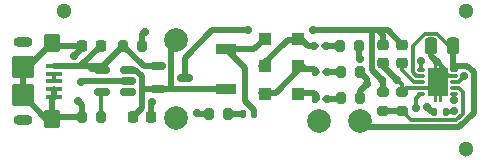
<source format=gbr>
%TF.GenerationSoftware,KiCad,Pcbnew,8.0.6*%
%TF.CreationDate,2024-11-21T20:13:28-05:00*%
%TF.ProjectId,battery_charger,62617474-6572-4795-9f63-686172676572,rev?*%
%TF.SameCoordinates,Original*%
%TF.FileFunction,Copper,L1,Top*%
%TF.FilePolarity,Positive*%
%FSLAX46Y46*%
G04 Gerber Fmt 4.6, Leading zero omitted, Abs format (unit mm)*
G04 Created by KiCad (PCBNEW 8.0.6) date 2024-11-21 20:13:28*
%MOMM*%
%LPD*%
G01*
G04 APERTURE LIST*
G04 Aperture macros list*
%AMRoundRect*
0 Rectangle with rounded corners*
0 $1 Rounding radius*
0 $2 $3 $4 $5 $6 $7 $8 $9 X,Y pos of 4 corners*
0 Add a 4 corners polygon primitive as box body*
4,1,4,$2,$3,$4,$5,$6,$7,$8,$9,$2,$3,0*
0 Add four circle primitives for the rounded corners*
1,1,$1+$1,$2,$3*
1,1,$1+$1,$4,$5*
1,1,$1+$1,$6,$7*
1,1,$1+$1,$8,$9*
0 Add four rect primitives between the rounded corners*
20,1,$1+$1,$2,$3,$4,$5,0*
20,1,$1+$1,$4,$5,$6,$7,0*
20,1,$1+$1,$6,$7,$8,$9,0*
20,1,$1+$1,$8,$9,$2,$3,0*%
%AMFreePoly0*
4,1,45,-0.121464,1.703536,-0.120000,1.700000,-0.120000,1.205000,0.120000,1.205000,0.120000,1.700000,0.121464,1.703536,0.125000,1.705000,0.375000,1.705000,0.378536,1.703536,0.380000,1.700000,0.380000,1.205000,0.825000,1.205000,0.828536,1.203536,0.830000,1.200000,0.830000,-1.200000,0.828536,-1.203536,0.825000,-1.205000,0.380000,-1.205000,0.380000,-1.700000,0.378536,-1.703536,
0.375000,-1.705000,0.125000,-1.705000,0.121464,-1.703536,0.120000,-1.700000,0.120000,-1.205000,-0.120000,-1.205000,-0.120000,-1.700000,-0.121464,-1.703536,-0.125000,-1.705000,-0.375000,-1.705000,-0.378536,-1.703536,-0.380000,-1.700000,-0.380000,-1.205000,-0.825000,-1.205000,-0.828536,-1.203536,-0.830000,-1.200000,-0.830000,1.200000,-0.828536,1.203536,-0.825000,1.205000,-0.380000,1.205000,
-0.380000,1.700000,-0.378536,1.703536,-0.375000,1.705000,-0.125000,1.705000,-0.121464,1.703536,-0.121464,1.703536,$1*%
G04 Aperture macros list end*
%TA.AperFunction,SMDPad,CuDef*%
%ADD10R,1.700000X0.900000*%
%TD*%
%TA.AperFunction,SMDPad,CuDef*%
%ADD11RoundRect,0.250000X0.300000X0.300000X-0.300000X0.300000X-0.300000X-0.300000X0.300000X-0.300000X0*%
%TD*%
%TA.AperFunction,SMDPad,CuDef*%
%ADD12RoundRect,0.218750X-0.256250X0.218750X-0.256250X-0.218750X0.256250X-0.218750X0.256250X0.218750X0*%
%TD*%
%TA.AperFunction,SMDPad,CuDef*%
%ADD13RoundRect,0.030000X-0.270000X-0.090000X0.270000X-0.090000X0.270000X0.090000X-0.270000X0.090000X0*%
%TD*%
%TA.AperFunction,SMDPad,CuDef*%
%ADD14FreePoly0,0.000000*%
%TD*%
%TA.AperFunction,ComponentPad*%
%ADD15C,0.300000*%
%TD*%
%TA.AperFunction,SMDPad,CuDef*%
%ADD16RoundRect,0.200000X0.200000X0.275000X-0.200000X0.275000X-0.200000X-0.275000X0.200000X-0.275000X0*%
%TD*%
%TA.AperFunction,SMDPad,CuDef*%
%ADD17RoundRect,0.200000X-0.275000X0.200000X-0.275000X-0.200000X0.275000X-0.200000X0.275000X0.200000X0*%
%TD*%
%TA.AperFunction,SMDPad,CuDef*%
%ADD18RoundRect,0.200000X-0.200000X-0.275000X0.200000X-0.275000X0.200000X0.275000X-0.200000X0.275000X0*%
%TD*%
%TA.AperFunction,SMDPad,CuDef*%
%ADD19RoundRect,0.225000X-0.250000X0.225000X-0.250000X-0.225000X0.250000X-0.225000X0.250000X0.225000X0*%
%TD*%
%TA.AperFunction,SMDPad,CuDef*%
%ADD20RoundRect,0.225000X-0.225000X-0.250000X0.225000X-0.250000X0.225000X0.250000X-0.225000X0.250000X0*%
%TD*%
%TA.AperFunction,ComponentPad*%
%ADD21C,2.000000*%
%TD*%
%TA.AperFunction,SMDPad,CuDef*%
%ADD22RoundRect,0.225000X0.225000X0.250000X-0.225000X0.250000X-0.225000X-0.250000X0.225000X-0.250000X0*%
%TD*%
%TA.AperFunction,SMDPad,CuDef*%
%ADD23RoundRect,0.147500X0.147500X0.172500X-0.147500X0.172500X-0.147500X-0.172500X0.147500X-0.172500X0*%
%TD*%
%TA.AperFunction,WasherPad*%
%ADD24C,1.300000*%
%TD*%
%TA.AperFunction,SMDPad,CuDef*%
%ADD25RoundRect,0.150000X-0.512500X-0.150000X0.512500X-0.150000X0.512500X0.150000X-0.512500X0.150000X0*%
%TD*%
%TA.AperFunction,SMDPad,CuDef*%
%ADD26RoundRect,0.250000X0.250000X0.475000X-0.250000X0.475000X-0.250000X-0.475000X0.250000X-0.475000X0*%
%TD*%
%TA.AperFunction,SMDPad,CuDef*%
%ADD27RoundRect,0.200000X0.275000X-0.200000X0.275000X0.200000X-0.275000X0.200000X-0.275000X-0.200000X0*%
%TD*%
%TA.AperFunction,SMDPad,CuDef*%
%ADD28RoundRect,0.147500X-0.147500X-0.172500X0.147500X-0.172500X0.147500X0.172500X-0.147500X0.172500X0*%
%TD*%
%TA.AperFunction,SMDPad,CuDef*%
%ADD29RoundRect,0.100000X-0.575000X0.100000X-0.575000X-0.100000X0.575000X-0.100000X0.575000X0.100000X0*%
%TD*%
%TA.AperFunction,ComponentPad*%
%ADD30O,1.600000X0.900000*%
%TD*%
%TA.AperFunction,SMDPad,CuDef*%
%ADD31RoundRect,0.250000X-0.450000X0.550000X-0.450000X-0.550000X0.450000X-0.550000X0.450000X0.550000X0*%
%TD*%
%TA.AperFunction,SMDPad,CuDef*%
%ADD32RoundRect,0.250000X-0.700000X0.700000X-0.700000X-0.700000X0.700000X-0.700000X0.700000X0.700000X0*%
%TD*%
%TA.AperFunction,SMDPad,CuDef*%
%ADD33RoundRect,0.150000X0.512500X0.150000X-0.512500X0.150000X-0.512500X-0.150000X0.512500X-0.150000X0*%
%TD*%
%TA.AperFunction,SMDPad,CuDef*%
%ADD34RoundRect,0.140000X0.140000X0.170000X-0.140000X0.170000X-0.140000X-0.170000X0.140000X-0.170000X0*%
%TD*%
%TA.AperFunction,ViaPad*%
%ADD35C,0.700000*%
%TD*%
%TA.AperFunction,Conductor*%
%ADD36C,0.500000*%
%TD*%
%TA.AperFunction,Conductor*%
%ADD37C,0.300000*%
%TD*%
G04 APERTURE END LIST*
D10*
%TO.P,SW1,1,1*%
%TO.N,Net-(D1-A)*%
X126910828Y-82800000D03*
%TO.P,SW1,2,2*%
%TO.N,Net-(Q1-S)*%
X126910828Y-86200000D03*
%TD*%
D11*
%TO.P,D1,1,K*%
%TO.N,Net-(D1-K)*%
X133010828Y-81900000D03*
%TO.P,D1,2,A*%
%TO.N,Net-(D1-A)*%
X130210828Y-81900000D03*
%TD*%
D12*
%TO.P,L1,1,1*%
%TO.N,Net-(Q1-D)*%
X141810828Y-82412500D03*
%TO.P,L1,2,2*%
%TO.N,Net-(U3-L)*%
X141810828Y-83987500D03*
%TD*%
D13*
%TO.P,U3,1,VAUX*%
%TO.N,Net-(U3-VAUX)*%
X143410828Y-84550000D03*
%TO.P,U3,2,VOUT*%
%TO.N,3.3V_OUT*%
X143410828Y-85050000D03*
%TO.P,U3,3,L*%
%TO.N,Net-(U3-L)*%
X143410828Y-85550000D03*
%TO.P,U3,4,PGND*%
%TO.N,GND*%
X143410828Y-86050000D03*
%TO.P,U3,5,VIN*%
%TO.N,Net-(Q1-D)*%
X143410828Y-86550000D03*
%TO.P,U3,6,EN*%
X146210828Y-86550000D03*
%TO.P,U3,7,UVLO*%
%TO.N,Net-(U3-UVLO)*%
X146210828Y-86050000D03*
%TO.P,U3,8,PS*%
%TO.N,Net-(Q1-D)*%
X146210828Y-85550000D03*
%TO.P,U3,9,GND*%
%TO.N,GND*%
X146210828Y-85050000D03*
%TO.P,U3,10,FB*%
%TO.N,3.3V_OUT*%
X146210828Y-84550000D03*
D14*
%TO.P,U3,11,PAD*%
%TO.N,GND*%
X144810828Y-85550000D03*
D15*
%TO.P,U3,12*%
%TO.N,N/C*%
X144810828Y-86500000D03*
%TO.P,U3,13*%
X144235828Y-85550000D03*
%TO.P,U3,14*%
X145385828Y-85550000D03*
%TO.P,U3,15*%
X144810828Y-84600000D03*
%TD*%
D16*
%TO.P,R7,1*%
%TO.N,Net-(U2-PROG)*%
X116325000Y-88500000D03*
%TO.P,R7,2*%
%TO.N,GND*%
X114675000Y-88500000D03*
%TD*%
D17*
%TO.P,R1,1*%
%TO.N,Net-(Q1-D)*%
X140210828Y-86375000D03*
%TO.P,R1,2*%
%TO.N,Net-(U3-UVLO)*%
X140210828Y-88025000D03*
%TD*%
D18*
%TO.P,R11,1*%
%TO.N,Net-(D7-K)*%
X136610828Y-84750000D03*
%TO.P,R11,2*%
%TO.N,GND*%
X138260828Y-84750000D03*
%TD*%
D19*
%TO.P,C2,1*%
%TO.N,Net-(Q1-D)*%
X140210828Y-82425000D03*
%TO.P,C2,2*%
%TO.N,GND*%
X140210828Y-83975000D03*
%TD*%
D20*
%TO.P,C5,1*%
%TO.N,Net-(Q1-S)*%
X119025000Y-88500000D03*
%TO.P,C5,2*%
%TO.N,GND*%
X120575000Y-88500000D03*
%TD*%
D21*
%TO.P,3.3V,*%
%TO.N,3.3V_OUT*%
X138210828Y-88900000D03*
%TD*%
D18*
%TO.P,R12,1*%
%TO.N,Net-(D8-K)*%
X136610828Y-86900000D03*
%TO.P,R12,2*%
%TO.N,GND*%
X138260828Y-86900000D03*
%TD*%
D16*
%TO.P,R9,1*%
%TO.N,Net-(D5-K)*%
X127110828Y-88250000D03*
%TO.P,R9,2*%
%TO.N,GND*%
X125460828Y-88250000D03*
%TD*%
D21*
%TO.P,B+,*%
%TO.N,Net-(Q1-S)*%
X122700000Y-82000000D03*
%TD*%
D11*
%TO.P,D3,1,K*%
%TO.N,Net-(D3-K)*%
X133010828Y-86600000D03*
%TO.P,D3,2,A*%
%TO.N,Net-(D2-K)*%
X130210828Y-86600000D03*
%TD*%
D22*
%TO.P,C4,1*%
%TO.N,Net-(J1-VBUS)*%
X116275000Y-82500000D03*
%TO.P,C4,2*%
%TO.N,GND*%
X114725000Y-82500000D03*
%TD*%
D23*
%TO.P,D8,1,K*%
%TO.N,Net-(D8-K)*%
X135440828Y-87000000D03*
%TO.P,D8,2,A*%
%TO.N,Net-(D3-K)*%
X134470828Y-87000000D03*
%TD*%
D11*
%TO.P,D2,1,K*%
%TO.N,Net-(D2-K)*%
X133010828Y-84250000D03*
%TO.P,D2,2,A*%
%TO.N,Net-(D1-K)*%
X130210828Y-84250000D03*
%TD*%
D24*
%TO.P,REF\u002A\u002A,*%
%TO.N,*%
X147210828Y-91200000D03*
%TD*%
D25*
%TO.P,Q1,1,G*%
%TO.N,Net-(J1-VBUS)*%
X121125000Y-84250000D03*
%TO.P,Q1,2,S*%
%TO.N,Net-(Q1-S)*%
X121125000Y-86150000D03*
%TO.P,Q1,3,D*%
%TO.N,Net-(Q1-D)*%
X123400000Y-85200000D03*
%TD*%
D21*
%TO.P,GND,*%
%TO.N,GND*%
X134810828Y-88900000D03*
%TD*%
D26*
%TO.P,C3,1*%
%TO.N,3.3V_OUT*%
X146160828Y-82550000D03*
%TO.P,C3,2*%
%TO.N,GND*%
X144260828Y-82550000D03*
%TD*%
D21*
%TO.P,B-,*%
%TO.N,GND*%
X122700000Y-88600000D03*
%TD*%
D27*
%TO.P,R2,1*%
%TO.N,Net-(U3-UVLO)*%
X141810828Y-88025000D03*
%TO.P,R2,2*%
%TO.N,GND*%
X141810828Y-86375000D03*
%TD*%
D23*
%TO.P,D6,1,K*%
%TO.N,Net-(D6-K)*%
X135345828Y-82500000D03*
%TO.P,D6,2,A*%
%TO.N,Net-(D1-K)*%
X134375828Y-82500000D03*
%TD*%
D18*
%TO.P,R8,1*%
%TO.N,Net-(J1-VBUS)*%
X118175000Y-82500000D03*
%TO.P,R8,2*%
%TO.N,GND*%
X119825000Y-82500000D03*
%TD*%
D28*
%TO.P,D5,1,K*%
%TO.N,Net-(D5-K)*%
X128325828Y-88300000D03*
%TO.P,D5,2,A*%
%TO.N,Net-(D1-A)*%
X129295828Y-88300000D03*
%TD*%
D29*
%TO.P,J1,1,VBUS*%
%TO.N,Net-(J1-VBUS)*%
X112375000Y-84200000D03*
%TO.P,J1,2,D-*%
%TO.N,Net-(J1-D+)*%
X112375000Y-84850000D03*
%TO.P,J1,3,D+*%
X112375000Y-85500000D03*
%TO.P,J1,4,ID*%
%TO.N,GND*%
X112375000Y-86150000D03*
%TO.P,J1,5,GND*%
X112375000Y-86800000D03*
D30*
%TO.P,J1,6,Shield*%
X109700000Y-82200000D03*
D31*
X112150000Y-82300000D03*
D32*
X109700000Y-84300000D03*
X109700000Y-86700000D03*
D31*
X112150000Y-88700000D03*
D30*
X109700000Y-88800000D03*
%TD*%
D33*
%TO.P,U2,1,STAT*%
%TO.N,unconnected-(U2-STAT-Pad1)*%
X118637500Y-86450000D03*
%TO.P,U2,2,V_{SS}*%
%TO.N,GND*%
X118637500Y-85500000D03*
%TO.P,U2,3,V_{BAT}*%
%TO.N,Net-(Q1-S)*%
X118637500Y-84550000D03*
%TO.P,U2,4,V_{DD}*%
%TO.N,Net-(J1-VBUS)*%
X116362500Y-84550000D03*
%TO.P,U2,5,PROG*%
%TO.N,Net-(U2-PROG)*%
X116362500Y-86450000D03*
%TD*%
D18*
%TO.P,R10,1*%
%TO.N,Net-(D6-K)*%
X136535828Y-82500000D03*
%TO.P,R10,2*%
%TO.N,GND*%
X138185828Y-82500000D03*
%TD*%
D24*
%TO.P,REF\u002A\u002A,*%
%TO.N,*%
X147210828Y-79600000D03*
%TD*%
D34*
%TO.P,C1,1*%
%TO.N,Net-(U3-VAUX)*%
X145490828Y-88150000D03*
%TO.P,C1,2*%
%TO.N,GND*%
X144530828Y-88150000D03*
%TD*%
D23*
%TO.P,D7,1,K*%
%TO.N,Net-(D7-K)*%
X135420828Y-84750000D03*
%TO.P,D7,2,A*%
%TO.N,Net-(D2-K)*%
X134450828Y-84750000D03*
%TD*%
D24*
%TO.P,REF\u002A\u002A,*%
%TO.N,*%
X113200000Y-79600000D03*
%TD*%
D35*
%TO.N,Net-(U3-VAUX)*%
X143410828Y-83800000D03*
X146210828Y-88000000D03*
%TO.N,GND*%
X114400000Y-87200000D03*
X144778841Y-83900732D03*
X141410828Y-85372644D03*
X138210828Y-83600000D03*
X138855414Y-85755414D03*
X114000000Y-83400000D03*
X124410828Y-88200000D03*
X120000000Y-81300000D03*
X143910828Y-87700000D03*
X120597070Y-87302018D03*
X114600000Y-85600000D03*
%TO.N,Net-(Q1-D)*%
X140110831Y-85400000D03*
X134300000Y-81200000D03*
X146210828Y-87099997D03*
X143010828Y-87800000D03*
X128800000Y-81200000D03*
X147060828Y-85051348D03*
%TD*%
D36*
%TO.N,Net-(D1-A)*%
X129295828Y-88300000D02*
X129295828Y-87980001D01*
X129295828Y-87980001D02*
X128500000Y-87184173D01*
X128500000Y-87184173D02*
X128500000Y-84389172D01*
X128500000Y-84389172D02*
X126910828Y-82800000D01*
%TO.N,Net-(Q1-S)*%
X123965184Y-86150000D02*
X124015184Y-86200000D01*
X124015184Y-86200000D02*
X126910828Y-86200000D01*
X122200000Y-86150000D02*
X123965184Y-86150000D01*
X121125000Y-86150000D02*
X122200000Y-86150000D01*
X122000000Y-81925000D02*
X122237500Y-82162500D01*
X122237500Y-82162500D02*
X122237500Y-86112500D01*
X122237500Y-86112500D02*
X122200000Y-86150000D01*
D37*
%TO.N,Net-(U3-VAUX)*%
X146060828Y-88150000D02*
X146210828Y-88000000D01*
X145490828Y-88150000D02*
X146060828Y-88150000D01*
X143410828Y-83800000D02*
X143410828Y-84550000D01*
%TO.N,3.3V_OUT*%
X144766284Y-81475000D02*
X146210828Y-82919544D01*
D36*
X146210828Y-84450000D02*
X146460828Y-84200000D01*
X147860828Y-84719977D02*
X147860828Y-88188478D01*
D37*
X143410828Y-85050000D02*
X143012596Y-85050000D01*
X142710828Y-84748232D02*
X142710828Y-82519544D01*
X143012596Y-85050000D02*
X142710828Y-84748232D01*
X142710828Y-82519544D02*
X143755372Y-81475000D01*
D36*
X147340851Y-84200000D02*
X147860828Y-84719977D01*
D37*
X143755372Y-81475000D02*
X144766284Y-81475000D01*
D36*
X147860828Y-88188478D02*
X146639306Y-89410000D01*
X146460828Y-84200000D02*
X147340851Y-84200000D01*
X146160828Y-82550000D02*
X146160828Y-84400000D01*
X146639306Y-89410000D02*
X138720828Y-89410000D01*
X138720828Y-89410000D02*
X138210828Y-88900000D01*
X146160828Y-84400000D02*
X146210828Y-84450000D01*
%TO.N,Net-(J1-VBUS)*%
X112375000Y-84200000D02*
X115100000Y-84200000D01*
D37*
X115450000Y-84550000D02*
X115100000Y-84200000D01*
D36*
X112375000Y-84200000D02*
X116475000Y-84200000D01*
X116475000Y-84200000D02*
X118175000Y-82500000D01*
X112375000Y-84200000D02*
X114575000Y-84200000D01*
D37*
X116275000Y-84462500D02*
X116362500Y-84550000D01*
D36*
X118175000Y-82500000D02*
X118175000Y-82775000D01*
X121125000Y-84250000D02*
X119925000Y-84250000D01*
X114575000Y-84200000D02*
X116275000Y-82500000D01*
D37*
X116362500Y-84550000D02*
X115450000Y-84550000D01*
D36*
X119925000Y-84250000D02*
X118175000Y-82500000D01*
%TO.N,Net-(Q1-S)*%
X119750000Y-86200000D02*
X119750000Y-87775000D01*
X118637500Y-84550000D02*
X119202684Y-84550000D01*
X121125000Y-86150000D02*
X119800000Y-86150000D01*
X119202684Y-84550000D02*
X119750000Y-85097316D01*
X119750000Y-87775000D02*
X119025000Y-88500000D01*
X119750000Y-85097316D02*
X119750000Y-86200000D01*
X119800000Y-86150000D02*
X119750000Y-86200000D01*
%TO.N,Net-(D5-K)*%
X127110828Y-88250000D02*
X128250828Y-88250000D01*
%TO.N,Net-(D6-K)*%
X136535828Y-82500000D02*
X135220828Y-82500000D01*
%TO.N,Net-(D7-K)*%
X136610828Y-84750000D02*
X135295828Y-84750000D01*
%TO.N,Net-(D8-K)*%
X135340828Y-86975000D02*
X135315828Y-87000000D01*
X136610828Y-86975000D02*
X135340828Y-86975000D01*
D37*
%TO.N,Net-(J1-D+)*%
X112375000Y-84850000D02*
X112375000Y-85500000D01*
%TO.N,Net-(U3-L)*%
X141810828Y-84555339D02*
X142805489Y-85550000D01*
X142805489Y-85550000D02*
X143410828Y-85550000D01*
X141810828Y-83987500D02*
X141810828Y-84555339D01*
%TO.N,Net-(U3-UVLO)*%
X142595828Y-88810000D02*
X146390778Y-88810000D01*
D36*
X140210828Y-88025000D02*
X141810828Y-88025000D01*
D37*
X146610828Y-86050000D02*
X146210828Y-86050000D01*
X146938497Y-86377669D02*
X146610828Y-86050000D01*
X146390778Y-88810000D02*
X146938497Y-88262281D01*
X141810828Y-88025000D02*
X142595828Y-88810000D01*
X146938497Y-88262281D02*
X146938497Y-86377669D01*
D36*
%TO.N,GND*%
X144530828Y-88150000D02*
X144360828Y-88150000D01*
X110150000Y-84300000D02*
X112150000Y-82300000D01*
X114700000Y-85500000D02*
X114600000Y-85600000D01*
X112375000Y-86800000D02*
X112375000Y-86150000D01*
X138855414Y-85344586D02*
X138260828Y-84750000D01*
X114725000Y-82500000D02*
X112350000Y-82500000D01*
X138855414Y-85755414D02*
X138260828Y-86350000D01*
X112150000Y-88700000D02*
X111700000Y-88700000D01*
X120575000Y-88500000D02*
X120575000Y-87324088D01*
X144260828Y-83382719D02*
X144778841Y-83900732D01*
X114725000Y-82675000D02*
X114000000Y-83400000D01*
X112150000Y-88700000D02*
X112150000Y-87025000D01*
X114675000Y-88500000D02*
X114675000Y-87475000D01*
X114675000Y-88500000D02*
X112350000Y-88500000D01*
X125460828Y-88250000D02*
X124460828Y-88250000D01*
X138260828Y-86350000D02*
X138260828Y-86900000D01*
X112350000Y-88500000D02*
X112150000Y-88700000D01*
X118637500Y-85500000D02*
X114700000Y-85500000D01*
X144360828Y-88150000D02*
X143910828Y-87700000D01*
X119825000Y-82500000D02*
X119825000Y-81475000D01*
X119825000Y-81475000D02*
X120000000Y-81300000D01*
X138185828Y-83575000D02*
X138210828Y-83600000D01*
D37*
X143410828Y-86050000D02*
X142135828Y-86050000D01*
D36*
X111700000Y-88700000D02*
X109700000Y-86700000D01*
X120575000Y-87324088D02*
X120597070Y-87302018D01*
D37*
X144818667Y-83900732D02*
X144778841Y-83900732D01*
D36*
X140210828Y-83975000D02*
X140210828Y-84172644D01*
D37*
X143410828Y-86050000D02*
X144442935Y-86050000D01*
D36*
X140210828Y-84172644D02*
X141410828Y-85372644D01*
D37*
X144810828Y-85417893D02*
X145178721Y-85050000D01*
X144442935Y-86050000D02*
X144810828Y-85682107D01*
X141383472Y-85400000D02*
X141410828Y-85372644D01*
D36*
X112350000Y-82500000D02*
X112150000Y-82300000D01*
D37*
X145178721Y-85050000D02*
X146210828Y-85050000D01*
D36*
X124460828Y-88250000D02*
X124410828Y-88200000D01*
X114675000Y-87475000D02*
X114400000Y-87200000D01*
D37*
X146210828Y-85050000D02*
X145812596Y-85050000D01*
D36*
X144260828Y-82550000D02*
X144260828Y-83382719D01*
X112150000Y-87025000D02*
X112375000Y-86800000D01*
X138185828Y-82500000D02*
X138185828Y-83575000D01*
D37*
X141810828Y-85772644D02*
X141410828Y-85372644D01*
D36*
X114725000Y-82500000D02*
X114725000Y-82675000D01*
X109700000Y-84300000D02*
X109700000Y-86700000D01*
D37*
X141810828Y-86375000D02*
X141810828Y-85772644D01*
D36*
X109700000Y-84300000D02*
X110150000Y-84300000D01*
D37*
X145560828Y-84642893D02*
X144818667Y-83900732D01*
X144810828Y-85682107D02*
X144810828Y-85417893D01*
X145560828Y-84798232D02*
X145560828Y-84642893D01*
D36*
X138855414Y-85755414D02*
X138855414Y-85344586D01*
D37*
X145812596Y-85050000D02*
X145560828Y-84798232D01*
X142135828Y-86050000D02*
X141810828Y-86375000D01*
%TO.N,Net-(U2-PROG)*%
X116325000Y-86487500D02*
X116362500Y-86450000D01*
X116325000Y-88500000D02*
X116325000Y-86487500D01*
D36*
%TO.N,Net-(D1-K)*%
X133360828Y-82000000D02*
X133860828Y-82500000D01*
X133360828Y-82000000D02*
X132110828Y-82000000D01*
X132110828Y-82000000D02*
X129860828Y-84250000D01*
X133860828Y-82500000D02*
X134500828Y-82500000D01*
%TO.N,Net-(D2-K)*%
X133360828Y-84250000D02*
X133610828Y-84500000D01*
X129860828Y-86500000D02*
X131110828Y-86500000D01*
X134575828Y-84710000D02*
X134575828Y-84750000D01*
X131110828Y-86500000D02*
X133360828Y-84250000D01*
X133610828Y-84500000D02*
X134365828Y-84500000D01*
X134365828Y-84500000D02*
X134575828Y-84710000D01*
%TO.N,Net-(D3-K)*%
X134595828Y-86775000D02*
X134595828Y-87000000D01*
X133360828Y-86500000D02*
X134320828Y-86500000D01*
X134320828Y-86500000D02*
X134595828Y-86775000D01*
D37*
%TO.N,Net-(Q1-D)*%
X147060828Y-85098232D02*
X146609060Y-85550000D01*
D36*
X125700000Y-81200000D02*
X123400000Y-83500000D01*
X139100000Y-81200000D02*
X139800000Y-81200000D01*
X128800000Y-81200000D02*
X125700000Y-81200000D01*
X139285828Y-81385828D02*
X139100000Y-81200000D01*
X134300000Y-81200000D02*
X139100000Y-81200000D01*
X140210828Y-85499997D02*
X140110831Y-85400000D01*
X140210828Y-82425000D02*
X140210828Y-81610828D01*
X139800000Y-81200000D02*
X140598328Y-81200000D01*
D37*
X147060828Y-85051348D02*
X147060828Y-85098232D01*
X146609060Y-85550000D02*
X146210828Y-85550000D01*
D36*
X140210828Y-81610828D02*
X139800000Y-81200000D01*
X140210828Y-86375000D02*
X140210828Y-85499997D01*
D37*
X143010828Y-87800000D02*
X143010828Y-86950000D01*
X143010828Y-86950000D02*
X143410828Y-86550000D01*
D36*
X140110831Y-85400000D02*
X139285828Y-84574997D01*
X123400000Y-83500000D02*
X123400000Y-85200000D01*
D37*
X146210828Y-87099997D02*
X146210828Y-86550000D01*
D36*
X140598328Y-81200000D02*
X141810828Y-82412500D01*
X139285828Y-84574997D02*
X139285828Y-81385828D01*
%TO.N,Net-(D1-A)*%
X129310828Y-82800000D02*
X126910828Y-82800000D01*
X130210828Y-81900000D02*
X129310828Y-82800000D01*
%TD*%
M02*

</source>
